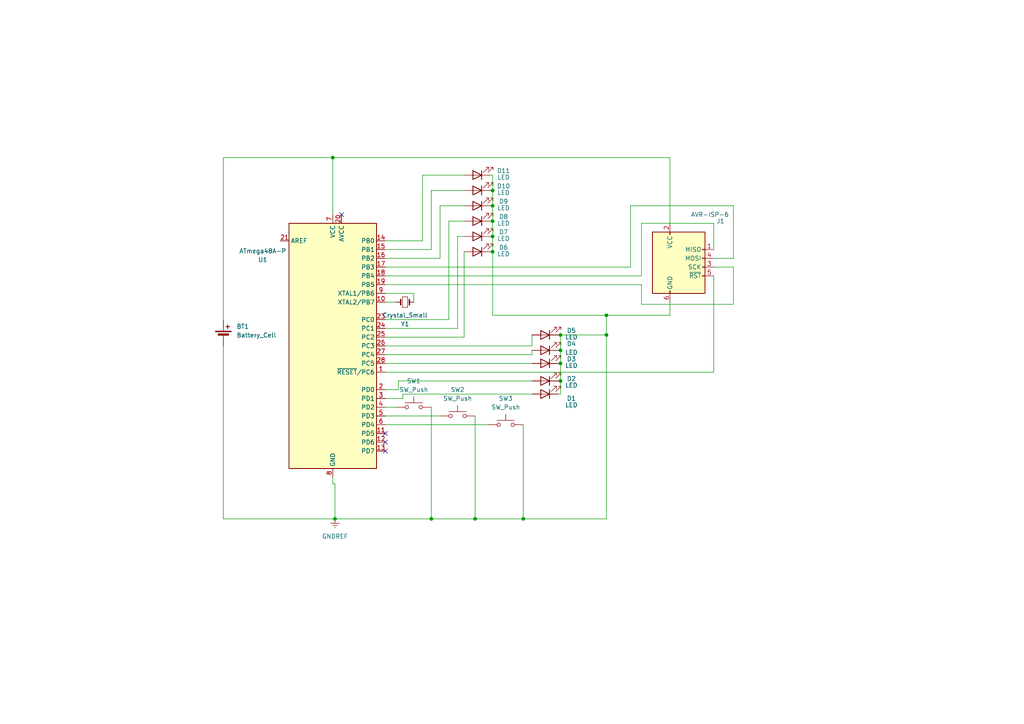
<source format=kicad_sch>
(kicad_sch (version 20230121) (generator eeschema)
  (paper "A4")
  (lib_symbols
    (symbol "Connector:AVR-ISP-6" (pin_names (offset 1.016))
      (property "Reference" "J" (at -6.35 11.43 0))
      (property "Value" "AVR-ISP-6" (at 0 11.43 0))
      (symbol "AVR-ISP-6_0_1"
        (rectangle (start -2.667 -6.858) (end -2.413 -7.62))
        (rectangle (start -2.667 10.16) (end -2.413 9.398))
        (rectangle (start 7.62 -2.413) (end 6.858 -2.667))
        (rectangle (start 7.62 0.127) (end 6.858 -0.127))
        (rectangle (start 7.62 2.667) (end 6.858 2.413))
        (rectangle (start 7.62 5.207) (end 6.858 4.953))
        (rectangle (start 7.62 10.16) (end -7.62 -7.62) (stroke (width 0.254)) (fill (type background)))
      )
      (symbol "AVR-ISP-6_1_1"
        (pin passive line (at 10.16 5.08 180) (length 2.54) (name "MISO") (number "1"))
        (pin passive line (at -2.54 12.7 270) (length 2.54) (name "VCC") (number "2"))
        (pin passive line (at 10.16 0 180) (length 2.54) (name "SCK") (number "3"))
        (pin passive line (at 10.16 2.54 180) (length 2.54) (name "MOSI") (number "4"))
        (pin passive line (at 10.16 -2.54 180) (length 2.54) (name "~{RST}") (number "5"))
        (pin passive line (at -2.54 -10.16 90) (length 2.54) (name "GND") (number "6"))
      )
    )
    (symbol "Device:Battery_Cell" (pin_numbers hide) (pin_names (offset 0) hide)
      (property "Reference" "BT" (at 2.54 2.54 0))
      (property "Value" "Battery_Cell" (at 2.54 0 0))
      (symbol "Battery_Cell_0_1"
        (rectangle (start -2.286 1.778) (end 2.286 1.524) (fill (type outline)))
        (rectangle (start -1.524 1.016) (end 1.524 0.508) (fill (type outline)))
        (polyline (pts (xy 0 0.762) (xy 0 0)))
        (polyline (pts (xy 0 1.778) (xy 0 2.54)))
        (polyline (pts (xy 0.762 3.048) (xy 1.778 3.048)) (stroke (width 0.254)))
        (polyline (pts (xy 1.27 3.556) (xy 1.27 2.54)) (stroke (width 0.254)))
      )
      (symbol "Battery_Cell_1_1"
        (pin passive line (at 0 5.08 270) (length 2.54) (name "+") (number "1"))
        (pin passive line (at 0 -2.54 90) (length 2.54) (name "-") (number "2"))
      )
    )
    (symbol "Device:Crystal_Small" (pin_numbers hide) (pin_names (offset 1.016) hide)
      (property "Reference" "Y" (at 0 2.54 0))
      (property "Value" "Crystal_Small" (at 0 -2.54 0))
      (symbol "Crystal_Small_0_1"
        (rectangle (start -0.762 -1.524) (end 0.762 1.524))
        (polyline (pts (xy -1.27 -0.762) (xy -1.27 0.762)) (stroke (width 0.381)))
        (polyline (pts (xy 1.27 -0.762) (xy 1.27 0.762)) (stroke (width 0.381)))
      )
      (symbol "Crystal_Small_1_1"
        (pin passive line (at -2.54 0 0) (length 1.27) (name "1") (number "1"))
        (pin passive line (at 2.54 0 180) (length 1.27) (name "2") (number "2"))
      )
    )
    (symbol "Device:LED" (pin_numbers hide) (pin_names (offset 1.016) hide)
      (property "Reference" "D" (at 0 2.54 0))
      (property "Value" "LED" (at 0 -2.54 0))
      (symbol "LED_0_1"
        (polyline (pts (xy -1.27 -1.27) (xy -1.27 1.27)) (stroke (width 0.254)))
        (polyline (pts (xy -1.27 0) (xy 1.27 0)))
        (polyline (pts (xy 1.27 -1.27) (xy 1.27 1.27) (xy -1.27 0) (xy 1.27 -1.27)) (stroke (width 0.254)))
        (polyline (pts (xy -3.048 -0.762) (xy -4.572 -2.286) (xy -3.81 -2.286) (xy -4.572 -2.286) (xy -4.572 -1.524)))
        (polyline (pts (xy -1.778 -0.762) (xy -3.302 -2.286) (xy -2.54 -2.286) (xy -3.302 -2.286) (xy -3.302 -1.524)))
      )
      (symbol "LED_1_1"
        (pin passive line (at -3.81 0 0) (length 2.54) (name "K") (number "1"))
        (pin passive line (at 3.81 0 180) (length 2.54) (name "A") (number "2"))
      )
    )
    (symbol "MCU_Microchip_ATmega:ATmega48A-P"
      (property "Reference" "U" (at -12.7 36.83 0))
      (property "Value" "ATmega48A-P" (at 2.54 -36.83 0))
      (symbol "ATmega48A-P_0_1"
        (rectangle (start -12.7 -35.56) (end 12.7 35.56) (stroke (width 0.254)) (fill (type background)))
      )
      (symbol "ATmega48A-P_1_1"
        (pin bidirectional line (at 15.24 -7.62 180) (length 2.54) (name "~{RESET}/PC6") (number "1"))
        (pin bidirectional line (at 15.24 12.7 180) (length 2.54) (name "XTAL2/PB7") (number "10"))
        (pin bidirectional line (at 15.24 -25.4 180) (length 2.54) (name "PD5") (number "11"))
        (pin bidirectional line (at 15.24 -27.94 180) (length 2.54) (name "PD6") (number "12"))
        (pin bidirectional line (at 15.24 -30.48 180) (length 2.54) (name "PD7") (number "13"))
        (pin bidirectional line (at 15.24 30.48 180) (length 2.54) (name "PB0") (number "14"))
        (pin bidirectional line (at 15.24 27.94 180) (length 2.54) (name "PB1") (number "15"))
        (pin bidirectional line (at 15.24 25.4 180) (length 2.54) (name "PB2") (number "16"))
        (pin bidirectional line (at 15.24 22.86 180) (length 2.54) (name "PB3") (number "17"))
        (pin bidirectional line (at 15.24 20.32 180) (length 2.54) (name "PB4") (number "18"))
        (pin bidirectional line (at 15.24 17.78 180) (length 2.54) (name "PB5") (number "19"))
        (pin bidirectional line (at 15.24 -12.7 180) (length 2.54) (name "PD0") (number "2"))
        (pin power_in line (at 2.54 38.1 270) (length 2.54) (name "AVCC") (number "20"))
        (pin passive line (at -15.24 30.48 0) (length 2.54) (name "AREF") (number "21"))
        (pin passive line (at 0 -38.1 90) (length 2.54) hide (name "GND") (number "22"))
        (pin bidirectional line (at 15.24 7.62 180) (length 2.54) (name "PC0") (number "23"))
        (pin bidirectional line (at 15.24 5.08 180) (length 2.54) (name "PC1") (number "24"))
        (pin bidirectional line (at 15.24 2.54 180) (length 2.54) (name "PC2") (number "25"))
        (pin bidirectional line (at 15.24 0 180) (length 2.54) (name "PC3") (number "26"))
        (pin bidirectional line (at 15.24 -2.54 180) (length 2.54) (name "PC4") (number "27"))
        (pin bidirectional line (at 15.24 -5.08 180) (length 2.54) (name "PC5") (number "28"))
        (pin bidirectional line (at 15.24 -15.24 180) (length 2.54) (name "PD1") (number "3"))
        (pin bidirectional line (at 15.24 -17.78 180) (length 2.54) (name "PD2") (number "4"))
        (pin bidirectional line (at 15.24 -20.32 180) (length 2.54) (name "PD3") (number "5"))
        (pin bidirectional line (at 15.24 -22.86 180) (length 2.54) (name "PD4") (number "6"))
        (pin power_in line (at 0 38.1 270) (length 2.54) (name "VCC") (number "7"))
        (pin power_in line (at 0 -38.1 90) (length 2.54) (name "GND") (number "8"))
        (pin bidirectional line (at 15.24 15.24 180) (length 2.54) (name "XTAL1/PB6") (number "9"))
      )
    )
    (symbol "Switch:SW_Push" (pin_numbers hide) (pin_names (offset 1.016) hide)
      (property "Reference" "SW" (at 1.27 2.54 0))
      (property "Value" "SW_Push" (at 0 -1.524 0))
      (symbol "SW_Push_0_1"
        (circle (center -2.032 0) (radius 0.508))
        (polyline (pts (xy 0 1.27) (xy 0 3.048)))
        (polyline (pts (xy 2.54 1.27) (xy -2.54 1.27)))
        (circle (center 2.032 0) (radius 0.508))
        (pin passive line (at -5.08 0 0) (length 2.54) (name "1") (number "1"))
        (pin passive line (at 5.08 0 180) (length 2.54) (name "2") (number "2"))
      )
    )
    (symbol "power:GNDREF" (power) (pin_names (offset 0))
      (property "Value" "GNDREF" (at 0 -3.81 0))
      (symbol "GNDREF_0_1"
        (polyline (pts (xy -0.635 -1.905) (xy 0.635 -1.905)))
        (polyline (pts (xy -0.127 -2.54) (xy 0.127 -2.54)))
        (polyline (pts (xy 0 -1.27) (xy 0 0)))
        (polyline (pts (xy 1.27 -1.27) (xy -1.27 -1.27)))
      )
      (symbol "GNDREF_1_1"
        (pin power_in line (at 0 0 270) (length 0) hide (name "GNDREF") (number "1"))
      )
    )
  )
  (junction (at 162.56 97.155))
  (junction (at 142.875 55.245))
  (junction (at 151.765 150.495))
  (junction (at 142.875 68.58))
  (junction (at 125.095 150.495))
  (junction (at 142.875 73.025))
  (junction (at 96.52 45.72))
  (junction (at 162.56 101.6))
  (junction (at 162.56 110.49))
  (junction (at 162.56 105.41))
  (junction (at 137.795 150.495))
  (junction (at 142.875 59.69))
  (junction (at 97.155 150.495))
  (junction (at 175.895 97.155))
  (junction (at 175.895 91.44))
  (junction (at 142.875 64.135))
  (no_connect (at 111.76 128.27))
  (no_connect (at 111.76 130.81))
  (no_connect (at 99.06 62.23))
  (no_connect (at 111.76 125.73))
  (wire (pts (xy 130.175 64.135) (xy 134.62 64.135)))
  (wire (pts (xy 96.52 45.72) (xy 194.31 45.72)))
  (wire (pts (xy 161.925 105.41) (xy 162.56 105.41)))
  (wire (pts (xy 142.24 73.025) (xy 142.875 73.025)))
  (wire (pts (xy 212.725 88.265) (xy 212.725 77.47)))
  (wire (pts (xy 64.77 45.72) (xy 64.77 92.71)))
  (wire (pts (xy 161.925 110.49) (xy 162.56 110.49)))
  (wire (pts (xy 161.925 101.6) (xy 162.56 101.6)))
  (wire (pts (xy 142.875 91.44) (xy 175.895 91.44)))
  (wire (pts (xy 125.095 72.39) (xy 125.095 55.245)))
  (wire (pts (xy 194.31 91.44) (xy 175.895 91.44)))
  (wire (pts (xy 186.055 88.265) (xy 212.725 88.265)))
  (wire (pts (xy 186.055 64.77) (xy 207.01 64.77)))
  (wire (pts (xy 111.76 120.65) (xy 127.635 120.65)))
  (wire (pts (xy 97.155 150.495) (xy 125.095 150.495)))
  (wire (pts (xy 162.56 114.3) (xy 161.925 114.3)))
  (wire (pts (xy 120.015 87.63) (xy 120.015 85.09)))
  (wire (pts (xy 175.895 91.44) (xy 175.895 97.155)))
  (wire (pts (xy 125.095 55.245) (xy 134.62 55.245)))
  (wire (pts (xy 142.24 59.69) (xy 142.875 59.69)))
  (wire (pts (xy 151.765 123.19) (xy 151.765 150.495)))
  (wire (pts (xy 64.77 150.495) (xy 97.155 150.495)))
  (wire (pts (xy 137.795 120.65) (xy 137.795 150.495)))
  (wire (pts (xy 96.52 138.43) (xy 96.52 140.335)))
  (wire (pts (xy 64.77 45.72) (xy 96.52 45.72)))
  (wire (pts (xy 111.76 72.39) (xy 125.095 72.39)))
  (wire (pts (xy 162.56 97.155) (xy 175.895 97.155)))
  (wire (pts (xy 111.76 92.71) (xy 130.175 92.71)))
  (wire (pts (xy 132.715 95.25) (xy 132.715 68.58)))
  (wire (pts (xy 212.725 74.93) (xy 207.01 74.93)))
  (wire (pts (xy 182.88 59.69) (xy 212.725 59.69)))
  (wire (pts (xy 194.31 87.63) (xy 194.31 91.44)))
  (wire (pts (xy 120.015 85.09) (xy 111.76 85.09)))
  (wire (pts (xy 111.76 95.25) (xy 132.715 95.25)))
  (wire (pts (xy 111.76 105.41) (xy 154.305 105.41)))
  (wire (pts (xy 115.57 113.03) (xy 115.57 110.49)))
  (wire (pts (xy 116.84 114.3) (xy 154.305 114.3)))
  (wire (pts (xy 142.875 59.69) (xy 142.875 64.135)))
  (wire (pts (xy 132.715 68.58) (xy 134.62 68.58)))
  (wire (pts (xy 122.555 50.8) (xy 134.62 50.8)))
  (wire (pts (xy 142.24 50.8) (xy 142.875 50.8)))
  (wire (pts (xy 122.555 69.85) (xy 122.555 50.8)))
  (wire (pts (xy 111.76 118.11) (xy 114.935 118.11)))
  (wire (pts (xy 127.635 74.93) (xy 127.635 59.69)))
  (wire (pts (xy 212.725 59.69) (xy 212.725 74.93)))
  (wire (pts (xy 130.175 92.71) (xy 130.175 64.135)))
  (wire (pts (xy 207.01 64.77) (xy 207.01 72.39)))
  (wire (pts (xy 111.76 82.55) (xy 186.055 82.55)))
  (wire (pts (xy 134.62 97.79) (xy 134.62 73.025)))
  (wire (pts (xy 175.895 97.155) (xy 175.895 150.495)))
  (wire (pts (xy 142.24 55.245) (xy 142.875 55.245)))
  (wire (pts (xy 111.76 100.33) (xy 154.305 100.33)))
  (wire (pts (xy 137.795 150.495) (xy 151.765 150.495)))
  (wire (pts (xy 154.305 100.33) (xy 154.305 97.155)))
  (wire (pts (xy 111.76 102.87) (xy 154.305 102.87)))
  (wire (pts (xy 151.765 150.495) (xy 175.895 150.495)))
  (wire (pts (xy 125.095 118.11) (xy 125.095 150.495)))
  (wire (pts (xy 207.01 80.01) (xy 207.01 107.95)))
  (wire (pts (xy 142.875 64.135) (xy 142.875 68.58)))
  (wire (pts (xy 142.875 50.8) (xy 142.875 55.245)))
  (wire (pts (xy 162.56 110.49) (xy 162.56 114.3)))
  (wire (pts (xy 194.31 45.72) (xy 194.31 64.77)))
  (wire (pts (xy 111.76 87.63) (xy 114.935 87.63)))
  (wire (pts (xy 111.76 77.47) (xy 182.88 77.47)))
  (wire (pts (xy 115.57 110.49) (xy 154.305 110.49)))
  (wire (pts (xy 96.52 140.335) (xy 97.155 140.335)))
  (wire (pts (xy 111.76 74.93) (xy 127.635 74.93)))
  (wire (pts (xy 111.76 97.79) (xy 134.62 97.79)))
  (wire (pts (xy 125.095 150.495) (xy 137.795 150.495)))
  (wire (pts (xy 154.305 102.87) (xy 154.305 101.6)))
  (wire (pts (xy 127.635 59.69) (xy 134.62 59.69)))
  (wire (pts (xy 97.155 140.335) (xy 97.155 150.495)))
  (wire (pts (xy 64.77 100.33) (xy 64.77 150.495)))
  (wire (pts (xy 111.76 80.01) (xy 186.055 80.01)))
  (wire (pts (xy 111.76 69.85) (xy 122.555 69.85)))
  (wire (pts (xy 142.875 73.025) (xy 142.875 91.44)))
  (wire (pts (xy 162.56 101.6) (xy 162.56 105.41)))
  (wire (pts (xy 162.56 105.41) (xy 162.56 110.49)))
  (wire (pts (xy 142.24 64.135) (xy 142.875 64.135)))
  (wire (pts (xy 186.055 80.01) (xy 186.055 64.77)))
  (wire (pts (xy 142.24 68.58) (xy 142.875 68.58)))
  (wire (pts (xy 212.725 77.47) (xy 207.01 77.47)))
  (wire (pts (xy 182.88 77.47) (xy 182.88 59.69)))
  (wire (pts (xy 96.52 45.72) (xy 96.52 62.23)))
  (wire (pts (xy 111.76 123.19) (xy 141.605 123.19)))
  (wire (pts (xy 186.055 82.55) (xy 186.055 88.265)))
  (wire (pts (xy 142.875 68.58) (xy 142.875 73.025)))
  (wire (pts (xy 142.875 55.245) (xy 142.875 59.69)))
  (wire (pts (xy 111.76 115.57) (xy 116.84 115.57)))
  (wire (pts (xy 116.84 115.57) (xy 116.84 114.3)))
  (wire (pts (xy 111.76 107.95) (xy 207.01 107.95)))
  (wire (pts (xy 161.925 97.155) (xy 162.56 97.155)))
  (wire (pts (xy 162.56 97.155) (xy 162.56 101.6)))
  (wire (pts (xy 111.76 113.03) (xy 115.57 113.03)))
  (symbol (lib_id "Device:LED") (at 158.115 105.41 180) (unit 1)
    (property "Reference" "D3" (at 165.735 104.14 0))
    (property "Value" "LED" (at 165.735 106.045 0))
    (property "Footprint" "LED_THT:LED_D3.0mm" (effects hide))
  )
  (symbol (lib_id "MCU_Microchip_ATmega:ATmega48A-P") (at 96.52 100.33 0) (unit 1)
    (property "Reference" "U1" (at 76.2 75.3461 0))
    (property "Value" "ATmega48A-P" (at 76.2 72.8061 0))
    (property "Footprint" "Package_DIP:DIP-28_W7.62mm" (effects hide))
    (property "Datasheet" "http://ww1.microchip.com/downloads/en/DeviceDoc/ATmega48A_88A_168A-Data-Sheet-40002007A.pdf" (effects hide))
  )
  (symbol (lib_id "Switch:SW_Push") (at 146.685 123.19 0) (unit 1)
    (property "Reference" "SW3" (at 146.685 115.57 0))
    (property "Value" "SW_Push" (at 146.685 118.11 0))
    (property "Footprint" "LED_THT:LED_D3.0mm" (effects hide))
  )
  (symbol (lib_id "Device:LED") (at 158.115 97.155 180) (unit 1)
    (property "Reference" "D5" (at 165.735 95.885 0))
    (property "Value" "LED" (at 165.735 97.79 0))
    (property "Footprint" "LED_THT:LED_D3.0mm" (effects hide))
  )
  (symbol (lib_id "Device:Battery_Cell") (at 64.77 97.79 0) (unit 1)
    (property "Reference" "BT1" (at 68.58 94.6785 0) (effects (justify left)))
    (property "Value" "Battery_Cell" (at 68.58 97.2185 0) (effects (justify left)))
    (property "Footprint" "Battery:BatteryHolder_Keystone_106_1x20mm" (effects hide))
  )
  (symbol (lib_id "Device:LED") (at 138.43 59.69 180) (unit 1)
    (property "Reference" "D9" (at 146.05 58.42 0))
    (property "Value" "LED" (at 146.05 60.325 0))
    (property "Footprint" "LED_THT:LED_D3.0mm" (effects hide))
  )
  (symbol (lib_id "power:GNDREF") (at 97.155 150.495 0) (unit 1)
    (property "Reference" "#PWR01" (effects hide))
    (property "Value" "GNDREF" (at 97.155 155.575 0))
  )
  (symbol (lib_id "Device:LED") (at 138.43 50.8 180) (unit 1)
    (property "Reference" "D11" (at 146.05 49.53 0))
    (property "Value" "LED" (at 146.05 51.435 0))
    (property "Footprint" "LED_THT:LED_D3.0mm" (effects hide))
  )
  (symbol (lib_id "Device:LED") (at 138.43 64.135 180) (unit 1)
    (property "Reference" "D8" (at 146.05 62.865 0))
    (property "Value" "LED" (at 146.05 64.77 0))
    (property "Footprint" "LED_THT:LED_D3.0mm" (effects hide))
  )
  (symbol (lib_id "Device:LED") (at 158.115 101.6 180) (unit 1)
    (property "Reference" "D4" (at 165.735 99.695 0))
    (property "Value" "LED" (at 165.735 102.235 0))
    (property "Footprint" "LED_THT:LED_D3.0mm" (effects hide))
  )
  (symbol (lib_id "Device:LED") (at 138.43 73.025 180) (unit 1)
    (property "Reference" "D6" (at 146.05 71.755 0))
    (property "Value" "LED" (at 146.05 73.66 0))
    (property "Footprint" "LED_THT:LED_D3.0mm" (effects hide))
  )
  (symbol (lib_id "Device:LED") (at 138.43 68.58 180) (unit 1)
    (property "Reference" "D7" (at 146.05 67.31 0))
    (property "Value" "LED" (at 146.05 69.215 0))
    (property "Footprint" "LED_THT:LED_D3.0mm" (effects hide))
  )
  (symbol (lib_id "Device:LED") (at 138.43 55.245 180) (unit 1)
    (property "Reference" "D10" (at 146.05 53.975 0))
    (property "Value" "LED" (at 146.05 55.88 0))
    (property "Footprint" "LED_THT:LED_D3.0mm" (effects hide))
  )
  (symbol (lib_id "Device:LED") (at 158.115 114.3 180) (unit 1)
    (property "Reference" "D1" (at 165.735 115.57 0))
    (property "Value" "LED" (at 165.735 117.475 0))
    (property "Footprint" "LED_THT:LED_D3.0mm" (effects hide))
  )
  (symbol (lib_id "Device:LED") (at 158.115 110.49 180) (unit 1)
    (property "Reference" "D2" (at 165.735 109.855 0))
    (property "Value" "LED" (at 165.735 111.76 0))
    (property "Footprint" "LED_THT:LED_D3.0mm" (effects hide))
  )
  (symbol (lib_id "Switch:SW_Push") (at 132.715 120.65 0) (unit 1)
    (property "Reference" "SW2" (at 132.715 113.03 0))
    (property "Value" "SW_Push" (at 132.715 115.57 0))
    (property "Footprint" "LED_THT:LED_D3.0mm" (effects hide))
  )
  (symbol (lib_id "Switch:SW_Push") (at 120.015 118.11 0) (unit 1)
    (property "Reference" "SW1" (at 120.015 110.49 0))
    (property "Value" "SW_Push" (at 120.015 113.03 0))
    (property "Footprint" "LED_THT:LED_D3.0mm" (effects hide))
  )
  (symbol (lib_id "Connector:AVR-ISP-6") (at 196.85 77.47 0) (unit 1)
    (property "Reference" "J1" (at 210.185 64.135 0) (effects (justify right)))
    (property "Value" "AVR-ISP-6" (at 211.455 62.23 0) (effects (justify right)))
    (property "Footprint" "Connector_PinSocket_2.54mm:PinSocket_2x03_P2.54mm_Vertical" (effects hide))
    (property "Datasheet" " ~" (effects hide))
  )
  (symbol (lib_id "Device:Crystal_Small") (at 117.475 87.63 180) (unit 1)
    (property "Reference" "Y1" (at 117.475 93.98 0))
    (property "Value" "Crystal_Small" (at 117.475 91.44 0))
    (property "Footprint" "Inductor_THT:L_Radial_D6.0mm_P4.00mm" (effects hide))
  )
)
</source>
